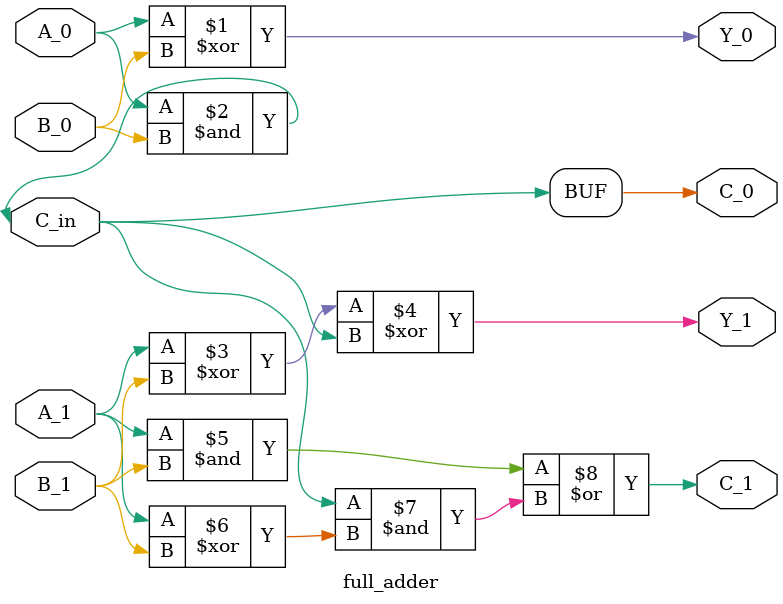
<source format=v>
module full_adder(
    //redo half adder
    input A_0, B_0,
    // Declare Y output
    output Y_0,
    // Declare carry output
    output C_0,
    // Declare your A/B inputs
    input A_1, B_1, C_in,
    // Declare Y output
    output Y_1,
    // Declare carry output
    output C_1
);

    // Enter logic equation here
        assign C_in = C_0;
        assign Y_0 = (A_0 ^ B_0);
        assign C_0 = (A_0 & B_0);
        
        
        assign Y_1 = (A_1 ^ B_1 ^ C_in);
        assign C_1 = (A_1 & B_1) | (C_in & (A_1 ^ B_1)); 

endmodule
</source>
